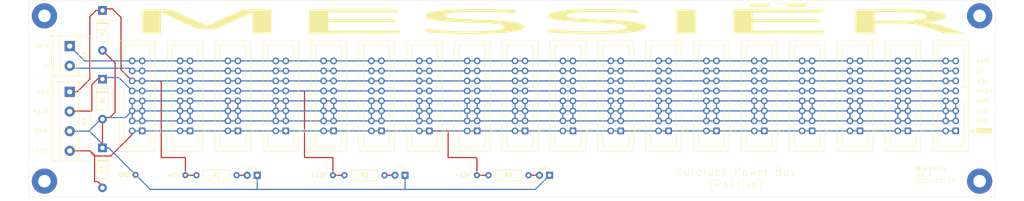
<source format=kicad_pcb>
(kicad_pcb (version 20240108) (generator "pcbnew") (generator_version "8.0")
  (layers (0 "F.Cu" signal) (31 "B.Cu" signal) (34 "B.Paste" user) (35 "F.Paste" user) (36 "B.SilkS" user "B.Silkscreen") (37 "F.SilkS" user "F.Silkscreen") (38 "B.Mask" user) (39 "F.Mask" user) (44 "Edge.Cuts" user))
  (net 0 "")
  (net 1 "GND")
  (net 2 "+12V")
  (net 3 "-12V")
  (net 4 "CV")
  (net 5 "GATE")
  (net 6 "Net-(L1-A)")
  (net 7 "Net-(L2-A)")
  (net 8 "Net-(L3-A)")
  (net 9 "+5V")
  (footprint "Connector_IDC:IDC-Header_2x08_P2.54mm_Vertical" (layer "F.Cu") (at 203.7282 105.8667 180)
    (property "Reference" "J6" (hide yes))
    (property "Value" "IDC16")
  )
  (footprint "LED_THT:LED_D3.0mm" (layer "F.Cu") (at 124.8 117.138375 180)
    (property "Reference" "L2" (hide yes))
    (property "Value" "LED")
  )
  (footprint "Diode_THT:D_DO-41_SOD81_P10.16mm_Horizontal" (layer "F.Cu") (at 48.13 92.718375 -90)
    (property "Reference" "D1")
    (property "Value" "D_Small")
  )
  (footprint "Connector_IDC:IDC-Header_2x08_P2.54mm_Vertical" (layer "F.Cu") (at 106.7094 105.8667 180)
    (property "Reference" "J14" (hide yes))
    (property "Value" "IDC16")
  )
  (footprint "TestPoint:TestPoint_THTPad_D1.5mm_Drill0.7mm" (layer "F.Cu") (at 106.525 117.138375)
    (property "Reference" "TP{2" (hide yes))
    (property "Value" "+12V")
  )
  (footprint "Connector_IDC:IDC-Header_2x08_P2.54mm_Vertical" (layer "F.Cu") (at 130.9641 105.8667 180)
    (property "Reference" "J12" (hide yes))
    (property "Value" "IDC16")
  )
  (footprint "TerminalBlock_Phoenix:TerminalBlock_Phoenix_MKDS-1,5-4_1x04_P5.00mm_Horizontal" (layer "F.Cu") (at 39.825 95.9384 -90)
    (property "Reference" "W1")
    (property "Value" "Screw_Terminal_01x04")
  )
  (footprint "MountingHole:MountingHole_3.2mm_M3_Pad" (layer "F.Cu") (at 33.425 118.6384)
    (property "Reference" "M2" (hide yes))
    (property "Value" "MountingHole_3.2mm_M3_Pad")
  )
  (footprint "Resistor_THT:R_Axial_DIN0207_L6.3mm_D2.5mm_P10.16mm_Horizontal" (layer "F.Cu") (at 71.945 117.138375)
    (property "Reference" "R1")
    (property "Value" "150")
  )
  (footprint "Connector_IDC:IDC-Header_2x08_P2.54mm_Vertical" (layer "F.Cu") (at 252.2376 105.8667 180)
    (property "Reference" "J2" (hide yes))
    (property "Value" "IDC16")
  )
  (footprint "Resistor_THT:R_Axial_DIN0207_L6.3mm_D2.5mm_P10.16mm_Horizontal" (layer "F.Cu") (at 109.445 117.138375)
    (property "Reference" "R2")
    (property "Value" "500")
  )
  (footprint "Connector_IDC:IDC-Header_2x08_P2.54mm_Vertical" (layer "F.Cu") (at 167.3462 105.8667 180)
    (property "Reference" "J9" (hide yes))
    (property "Value" "IDC16")
  )
  (footprint "Connector_IDC:IDC-Header_2x08_P2.54mm_Vertical" (layer "F.Cu") (at 227.9829 105.8667 180)
    (property "Reference" "J4" (hide yes))
    (property "Value" "IDC16")
  )
  (footprint "TerminalBlock_Phoenix:TerminalBlock_Phoenix_MKDS-1,5-2_1x02_P5.00mm_Horizontal" (layer "F.Cu") (at 39.825 84.3384 -90)
    (property "Reference" "W2")
    (property "Value" "Screw_Terminal_01x02")
  )
  (footprint "Connector_IDC:IDC-Header_2x08_P2.54mm_Vertical" (layer "F.Cu") (at 155.2188 105.8667 180)
    (property "Reference" "J10" (hide yes))
    (property "Value" "IDC16")
  )
  (footprint "LED_THT:LED_D3.0mm" (layer "F.Cu") (at 161.425 117.138375 180)
    (property "Reference" "L3" (hide yes))
    (property "Value" "LED")
  )
  (footprint "MountingHole:MountingHole_3.2mm_M3_Pad" (layer "F.Cu") (at 33.425 76.6384)
    (property "Reference" "M1" (hide yes))
    (property "Value" "MountingHole_3.2mm_M3_Pad")
  )
  (footprint "MountingHole:MountingHole_3.2mm_M3_Pad" (layer "F.Cu") (at 270.425 118.6384)
    (property "Reference" "M4" (hide yes))
    (property "Value" "MountingHole_3.2mm_M3_Pad")
  )
  (footprint "MountingHole:MountingHole_3.2mm_M3_Pad" (layer "F.Cu") (at 270.425 76.6384)
    (property "Reference" "M3" (hide yes))
    (property "Value" "MountingHole_3.2mm_M3_Pad")
  )
  (footprint "Connector_IDC:IDC-Header_2x08_P2.54mm_Vertical" (layer "F.Cu") (at 94.5821 105.8667 180)
    (property "Reference" "J15" (hide yes))
    (property "Value" "IDC16")
  )
  (footprint "Connector_IDC:IDC-Header_2x08_P2.54mm_Vertical" (layer "F.Cu") (at 70.3274 105.8667 180)
    (property "Reference" "J17" (hide yes))
    (property "Value" "IDC16")
  )
  (footprint "TestPoint:TestPoint_THTPad_D1.5mm_Drill0.7mm" (layer "F.Cu") (at 143.025 117.138375)
    (property "Reference" "TP3" (hide yes))
    (property "Value" "-12V")
  )
  (footprint "TestPoint:TestPoint_THTPad_D1.5mm_Drill0.7mm" (layer "F.Cu") (at 69.145 117.138375)
    (property "Reference" "TP1" (hide yes))
    (property "Value" "+5V")
  )
  (footprint "Connector_IDC:IDC-Header_2x08_P2.54mm_Vertical" (layer "F.Cu") (at 118.8368 105.8667 180)
    (property "Reference" "J13" (hide yes))
    (property "Value" "IDC16")
  )
  (footprint "Connector_IDC:IDC-Header_2x08_P2.54mm_Vertical" (layer "F.Cu") (at 191.6009 105.8667 180)
    (property "Reference" "J7" (hide yes))
    (property "Value" "IDC16")
  )
  (footprint "Connector_IDC:IDC-Header_2x08_P2.54mm_Vertical" (layer "F.Cu") (at 240.1103 105.8667 180)
    (property "Reference" "J3" (hide yes))
    (property "Value" "IDC16")
  )
  (footprint "Connector_IDC:IDC-Header_2x08_P2.54mm_Vertical" (layer "F.Cu") (at 58.2 105.8667 180)
    (property "Reference" "J18" (hide yes))
    (property "Value" "IDC16")
  )
  (footprint "Resistor_THT:R_Axial_DIN0207_L6.3mm_D2.5mm_P10.16mm_Horizontal" (layer "F.Cu") (at 145.945 117.138375)
    (property "Reference" "R3")
    (property "Value" "500")
  )
  (footprint "Diode_THT:D_DO-41_SOD81_P10.16mm_Horizontal" (layer "F.Cu") (at 48.13 110.178375 -90)
    (property "Reference" "D3")
    (property "Value" "D_Small")
  )
  (footprint "Connector_IDC:IDC-Header_2x08_P2.54mm_Vertical" (layer "F.Cu") (at 179.4735 105.8667 180)
    (property "Reference" "J8" (hide yes))
    (property "Value" "IDC16")
  )
  (footprint "LED_THT:LED_D3.0mm" (layer "F.Cu") (at 87.345 117.138375 180)
    (property "Reference" "L1" (hide yes))
    (property "Value" "LED")
  )
  (footprint "Connector_IDC:IDC-Header_2x08_P2.54mm_Vertical" (layer "F.Cu") (at 264.365 105.8667 180)
    (property "Reference" "J1" (hide yes))
    (property "Value" "IDC16")
  )
  (footprint "TestPoint:TestPoint_THTPad_D1.5mm_Drill0.7mm" (layer "F.Cu") (at 56.525 117.02675)
    (property "Reference" "TP4" (hide yes))
    (property "Value" "GND")
  )
  (footprint "Diode_THT:D_DO-41_SOD81_P10.16mm_Horizontal" (layer "F.Cu") (at 48.13 75.258375 -90)
    (property "Reference" "D2")
    (property "Value" "D_Small")
  )
  (footprint "Connector_IDC:IDC-Header_2x08_P2.54mm_Vertical" (layer "F.Cu") (at 215.8556 105.8667 180)
    (property "Reference" "J5" (hide yes))
    (property "Value" "IDC16")
  )
  (footprint "Connector_IDC:IDC-Header_2x08_P2.54mm_Vertical" (layer "F.Cu") (at 82.4547 105.8667 180)
    (property "Reference" "J16" (hide yes))
    (property "Value" "IDC16")
  )
  (footprint "Connector_IDC:IDC-Header_2x08_P2.54mm_Vertical" (layer "F.Cu") (at 143.0915 105.8667 180)
    (property "Reference" "J11" (hide yes))
    (property "Value" "IDC16")
  )
  (gr_rect (start 29.425 72.638375) (end 274.425 122.638375) (stroke (width 0.05)) (fill none) (layer "Edge.Cuts"))
  (gr_text "@karczilla\nrev. 1\n2024-07-22" (at 254.025 119.138375 0) (layer "F.SilkS") (effects (font (size 1 1) (thickness 0.1)) (justify left bottom)))
  (gr_text "-12V" (at 269.425 105.86675 0) (layer "F.SilkS" knockout) (effects (font (size 1 1) (thickness 0.1)) (justify left)))
  (gr_text "CV" (at 269.525 90.638375 0) (layer "F.SilkS") (effects (font (size 1 1) (thickness 0.1) (italic yes)) (justify left)))
  (gr_text "+5V" (at 269.525 93.238375 0) (layer "F.SilkS") (effects (font (size 1 1) (thickness 0.1)) (justify left)))
  (gr_text "CV" (at 34.825 89.338375 0) (layer "F.SilkS") (effects (font (size 1 1) (thickness 0.1)) (justify right)))
  (gr_text "GND" (at 34.225 105.838375 0) (layer "F.SilkS") (effects (font (size 1 1) (thickness 0.1)) (justify right)))
  (gr_text "+12V" (at 34.425 100.838375 0) (layer "F.SilkS") (effects (font (size 1 1) (thickness 0.1)) (justify right)))
  (gr_text "GATE" (at 34.825 84.338375 0) (layer "F.SilkS") (effects (font (size 1 1) (thickness 0.1)) (justify right)))
  (gr_text "GATE" (at 269.525 88.038375 0) (layer "F.SilkS") (effects (font (size 1 1) (thickness 0.1) (italic yes)) (justify left)))
  (gr_text "-12V" (at 34.025 110.838375 0) (layer "F.SilkS") (effects (font (size 1 1) (thickness 0.1)) (justify right)))
  (gr_text "GND" (at 269.525 98.238375 0) (layer "F.SilkS") (effects (font (size 1 1) (thickness 0.1)) (justify left)))
  (gr_text "+5V" (at 34.625 96.038375 0) (layer "F.SilkS") (effects (font (size 1 1) (thickness 0.1)) (justify right)))
  (gr_text "+12V" (at 269.525 95.638375 0) (layer "F.SilkS") (effects (font (size 1 1) (thickness 0.1)) (justify left)))
  (gr_text "GND" (at 269.525 100.838375 0) (layer "F.SilkS") (effects (font (size 1 1) (thickness 0.1)) (justify left)))
  (gr_text "Eurorack Power Bus\n(Passive)" (at 208.725 117.888375 0) (layer "F.SilkS") (effects (font (size 2 2) (thickness 0.1))))
  (gr_text "GND" (at 269.525 103.238375 0) (layer "F.SilkS") (effects (font (size 1 1) (thickness 0.1)) (justify left)))
  (gr_text "MESSIËR" (at 160.825 78.638375 0) (layer "F.SilkS") (effects (font (size 6 35) (thickness 0.1))))
  (segment (start 51.325 88.613375) (end 51.325 101.138375) (width 0.3) (layer "F.Cu") (net 1))
  (segment (start 48.13 85.418375) (end 51.325 88.613375) (width 0.3) (layer "F.Cu") (net 1))
  (segment (start 51.325 101.138375) (end 49.985 102.478375) (width 0.3) (layer "F.Cu") (net 1))
  (segment (start 48.13 102.478375) (end 48.13 109.778375) (width 0.3) (layer "F.Cu") (net 1))
  (segment (start 49.985 102.478375) (end 48.13 102.478375) (width 0.3) (layer "F.Cu") (net 1))
  (segment (start 140.5515 98.2467) (end 140.5515 103.3267) (width 0.3) (layer "B.Cu") (net 1))
  (segment (start 55.66 100.7867) (end 264.365 100.7867) (width 0.3) (layer "B.Cu") (net 1))
  (segment (start 225.4429 98.2467) (end 225.4429 103.3267) (width 0.3) (layer "B.Cu") (net 1))
  (segment (start 264.365 98.2467) (end 55.66 98.2467) (width 0.3) (layer "B.Cu") (net 1))
  (segment (start 87.345 117.138375) (end 87.345 120.558375) (width 0.3) (layer "B.Cu") (net 1))
  (segment (start 79.9147 98.2467) (end 79.9147 103.3267) (width 0.3) (layer "B.Cu") (net 1))
  (segment (start 261.825 98.2467) (end 261.825 103.3267) (width 0.3) (layer "B.Cu") (net 1))
  (segment (start 124.8 117.138375) (end 124.8 120.613375) (width 0.3) (layer "B.Cu") (net 1))
  (segment (start 48.13 110.178375) (end 49.676625 110.178375) (width 0.3) (layer "B.Cu") (net 1))
  (segment (start 58.2 98.2467) (end 58.2 103.3267) (width 0.3) (layer "B.Cu") (net 1))
  (segment (start 215.8556 98.2467) (end 215.8556 103.3267) (width 0.3) (layer "B.Cu") (net 1))
  (segment (start 203.7282 98.2467) (end 203.7282 103.3267) (width 0.3) (layer "B.Cu") (net 1))
  (segment (start 44.7475 105.860875) (end 48.13 102.478375) (width 0.3) (layer "B.Cu") (net 1))
  (segment (start 87.525 120.738375) (end 124.925 120.738375) (width 0.3) (layer "B.Cu") (net 1))
  (segment (start 55.66 98.2467) (end 55.66 103.3267) (width 0.3) (layer "B.Cu") (net 1))
  (segment (start 264.365 103.3267) (end 55.66 103.3267) (width 0.3) (layer "B.Cu") (net 1))
  (segment (start 44.669975 105.9384) (end 44.7475 105.860875) (width 0.3) (layer "B.Cu") (net 1))
  (segment (start 48.13 109.243375) (end 48.13 109.778375) (width 0.3) (layer "B.Cu") (net 1))
  (segment (start 191.6009 98.2467) (end 191.6009 103.3267) (width 0.3) (layer "B.Cu") (net 1))
  (segment (start 227.9829 98.2467) (end 227.9829 103.3267) (width 0.3) (layer "B.Cu") (net 1))
  (segment (start 155.2188 98.2467) (end 155.2188 103.3267) (width 0.3) (layer "B.Cu") (net 1))
  (segment (start 167.3462 98.2467) (end 167.3462 103.3267) (width 0.3) (layer "B.Cu") (net 1))
  (segment (start 128.4241 98.2467) (end 128.4241 103.3267) (width 0.3) (layer "B.Cu") (net 1))
  (segment (start 189.0609 98.2467) (end 189.0609 103.3267) (width 0.3) (layer "B.Cu") (net 1))
  (segment (start 56.525 117.02675) (end 60.236625 120.738375) (width 0.3) (layer "B.Cu") (net 1))
  (segment (start 49.676625 110.178375) (end 56.525 117.02675) (width 0.3) (layer "B.Cu") (net 1))
  (segment (start 164.8062 98.2467) (end 164.8062 103.3267) (width 0.3) (layer "B.Cu") (net 1))
  (segment (start 48.13 102.478375) (end 53.968325 102.478375) (width 0.3) (layer "B.Cu") (net 1))
  (segment (start 44.7475 105.860875) (end 48.13 109.243375) (width 0.3) (layer "B.Cu") (net 1))
  (segment (start 116.2968 98.2467) (end 116.2968 103.3267) (width 0.3) (layer "B.Cu") (net 1))
  (segment (start 67.7874 98.2467) (end 67.7874 103.3267) (width 0.3) (layer "B.Cu") (net 1))
  (segment (start 53.968325 102.478375) (end 55.66 100.7867) (width 0.3) (layer "B.Cu") (net 1))
  (segment (start 240.1103 98.2467) (end 240.1103 103.3267) (width 0.3) (layer "B.Cu") (net 1))
  (segment (start 87.345 120.558375) (end 87.525 120.738375) (width 0.3) (layer "B.Cu") (net 1))
  (segment (start 213.3156 98.2467) (end 213.3156 103.3267) (width 0.3) (layer "B.Cu") (net 1))
  (segment (start 152.6788 98.2467) (end 152.6788 103.3267) (width 0.3) (layer "B.Cu") (net 1))
  (segment (start 143.0915 98.2467) (end 143.0915 103.3267) (width 0.3) (layer "B.Cu") (net 1))
  (segment (start 118.8368 98.2467) (end 118.8368 103.3267) (width 0.3) (layer "B.Cu") (net 1))
  (segment (start 249.6976 98.2467) (end 249.6976 103.3267) (width 0.3) (layer "B.Cu") (net 1))
  (segment (start 104.1694 98.2467) (end 104.1694 103.3267) (width 0.3) (layer "B.Cu") (net 1))
  (segment (start 60.236625 120.738375) (end 87.525 120.738375) (width 0.3) (layer "B.Cu") (net 1))
  (segment (start 94.5821 98.2467) (end 94.5821 103.3267) (width 0.3) (layer "B.Cu") (net 1))
  (segment (start 124.8 120.613375) (end 124.925 120.738375) (width 0.3) (layer "B.Cu") (net 1))
  (segment (start 130.9641 98.2467) (end 130.9641 103.3267) (width 0.3) (layer "B.Cu") (net 1))
  (segment (start 39.825 105.9384) (end 44.669975 105.9384) (width 0.3) (layer "B.Cu") (net 1))
  (segment (start 92.0421 98.2467) (end 92.0421 103.3267) (width 0.3) (layer "B.Cu") (net 1))
  (segment (start 157.825 120.738375) (end 161.425 117.138375) (width 0.3) (layer "B.Cu") (net 1))
  (segment (start 70.3274 98.2467) (end 70.3274 103.3267) (width 0.3) (layer "B.Cu") (net 1))
  (segment (start 252.2376 98.2467) (end 252.2376 103.3267) (width 0.3) (layer "B.Cu") (net 1))
  (segment (start 237.5703 98.2467) (end 237.5703 103.3267) (width 0.3) (layer "B.Cu") (net 1))
  (segment (start 106.7094 98.2467) (end 106.7094 103.3267) (width 0.3) (layer "B.Cu") (net 1))
  (segment (start 179.4735 98.2467) (end 179.4735 103.3267) (width 0.3) (layer "B.Cu") (net 1))
  (segment (start 264.365 98.2467) (end 264.365 103.3267) (width 0.3) (layer "B.Cu") (net 1))
  (segment (start 201.1882 98.2467) (end 201.1882 103.3267) (width 0.3) (layer "B.Cu") (net 1))
  (segment (start 82.4547 98.2467) (end 82.4547 103.3267) (width 0.3) (layer "B.Cu") (net 1))
  (segment (start 124.925 120.738375) (end 157.825 120.738375) (width 0.3) (layer "B.Cu") (net 1))
  (segment (start 176.9335 98.2467) (end 176.9335 103.3267) (width 0.3) (layer "B.Cu") (net 1))
  (segment (start 39.825 100.9384) (end 39.925025 100.838375) (width 0.3) (layer "F.Cu") (net 2))
  (segment (start 45.425 94.138375) (end 47.245 92.318375) (width 0.3) (layer "F.Cu") (net 2))
  (segment (start 47.245 92.318375) (end 48.13 92.318375) (width 0.3) (layer "F.Cu") (net 2))
  (segment (start 99.325 112.538375) (end 99.325 95.838375) (width 0.3) (layer "F.Cu") (net 2))
  (segment (start 99.193325 95.7067) (end 94.5821 95.7067) (width 0.3) (layer "F.Cu") (net 2))
  (segment (start 45.22505 100.838375) (end 45.425 100.638425) (width 0.3) (layer "F.Cu") (net 2))
  (segment (start 39.925025 100.838375) (end 45.22505 100.838375) (width 0.3) (layer "F.Cu") (net 2))
  (segment (start 99.425 112.638375) (end 99.325 112.538375) (width 0.3) (layer "F.Cu") (net 2))
  (segment (start 106.525 117.138375) (end 106.525 112.638375) (width 0.3) (layer "F.Cu") (net 2))
  (segment (start 99.325 95.838375) (end 99.193325 95.7067) (width 0.3) (layer "F.Cu") (net 2))
  (segment (start 45.425 100.638425) (end 45.425 94.138375) (width 0.3) (layer "F.Cu") (net 2))
  (segment (start 106.525 117.138375) (end 109.445 117.138375) (width 0.3) (layer "F.Cu") (net 2))
  (segment (start 106.525 112.638375) (end 99.425 112.638375) (width 0.3) (layer "F.Cu") (net 2))
  (segment (start 48.13 92.318375) (end 52.271675 92.318375) (width 0.3) (layer "B.Cu") (net 2))
  (segment (start 264.365 95.7067) (end 55.66 95.7067) (width 0.3) (layer "B.Cu") (net 2))
  (segment (start 52.271675 92.318375) (end 55.66 95.7067) (width 0.3) (layer "B.Cu") (net 2))
  (segment (start 46.32495 112.238375) (end 50.225 112.238375) (width 0.3) (layer "F.Cu") (net 3))
  (segment (start 143.025 117.138375) (end 145.945 117.138375) (width 0.3) (layer "F.Cu") (net 3))
  (segment (start 50.225 112.238375) (end 55.66 106.803375) (width 0.3) (layer "F.Cu") (net 3))
  (segment (start 44.825025 110.9384) (end 45.024975 110.9384) (width 0.3) (layer "F.Cu") (net 3))
  (segment (start 46.125 118.738375) (end 46.93 118.738375) (width 0.3) (layer "F.Cu") (net 3))
  (segment (start 46.125 112.238375) (end 46.125 118.738375) (width 0.3) (layer "F.Cu") (net 3))
  (segment (start 39.825 110.9384) (end 44.825025 110.9384) (width 0.3) (layer "F.Cu") (net 3))
  (segment (start 142.725 112.638375) (end 135.725 112.638375) (width 0.3) (layer "F.Cu") (net 3))
  (segment (start 135.596675 105.8667) (end 130.9641 105.8667) (width 0.3) (layer "F.Cu") (net 3))
  (segment (start 55.66 106.803375) (end 55.66 105.8667) (width 0.3) (layer "F.Cu") (net 3))
  (segment (start 143.025 117.138375) (end 143.025 112.938375) (width 0.3) (layer "F.Cu") (net 3))
  (segment (start 46.93 118.738375) (end 48.13 119.938375) (width 0.3) (layer "F.Cu") (net 3))
  (segment (start 135.625 105.838375) (end 135.596675 105.8667) (width 0.3) (layer "F.Cu") (net 3))
  (segment (start 135.725 112.638375) (end 135.725 105.938375) (width 0.3) (layer "F.Cu") (net 3))
  (segment (start 143.025 112.938375) (end 142.725 112.638375) (width 0.3) (layer "F.Cu") (net 3))
  (segment (start 135.725 105.938375) (end 135.625 105.838375) (width 0.3) (layer "F.Cu") (net 3))
  (segment (start 45.024975 110.9384) (end 46.32495 112.238375) (width 0.3) (layer "F.Cu") (net 3))
  (segment (start 44.825025 110.9384) (end 46.125 112.238375) (width 0.3) (layer "F.Cu") (net 3))
  (segment (start 55.66 105.8667) (end 264.365 105.8667) (width 0.3) (layer "B.Cu") (net 3))
  (segment (start 39.825 89.3384) (end 40.424975 89.938375) (width 0.3) (layer "B.Cu") (net 4))
  (segment (start 264.365 90.6267) (end 55.66 90.6267) (width 0.3) (layer "B.Cu") (net 4))
  (segment (start 54.971675 89.938375) (end 55.66 90.6267) (width 0.3) (layer "B.Cu") (net 4))
  (segment (start 40.424975 89.938375) (end 54.971675 89.938375) (width 0.3) (layer "B.Cu") (net 4))
  (segment (start 55.66 88.0867) (end 264.365 88.0867) (width 0.3) (layer "B.Cu") (net 5))
  (segment (start 43.5733 88.0867) (end 55.66 88.0867) (width 0.3) (layer "B.Cu") (net 5))
  (segment (start 39.825 84.3384) (end 43.5733 88.0867) (width 0.3) (layer "B.Cu") (net 5))
  (segment (start 82.105 117.138375) (end 84.805 117.138375) (width 0.3) (layer "F.Cu") (net 6))
  (segment (start 119.605 117.138375) (end 122.26 117.138375) (width 0.3) (layer "F.Cu") (net 7))
  (segment (start 156.105 117.138375) (end 158.885 117.138375) (width 0.3) (layer "F.Cu") (net 8))
  (segment (start 46.505 75.258375) (end 48.13 75.258375) (width 0.3) (layer "F.Cu") (net 9))
  (segment (start 69.145 117.138375) (end 71.945 117.138375) (width 0.3) (layer "F.Cu") (net 9))
  (segment (start 52.825 90.3317) (end 52.825 77.038375) (width 0.3) (layer "F.Cu") (net 9))
  (segment (start 39.825 95.9384) (end 41.724975 95.9384) (width 0.3) (layer "F.Cu") (net 9))
  (segment (start 41.724975 95.9384) (end 44.925 92.738375) (width 0.3) (layer "F.Cu") (net 9))
  (segment (start 69.145 117.138375) (end 69.145 112.758375) (width 0.3) (layer "F.Cu") (net 9))
  (segment (start 69.145 112.758375) (end 69.025 112.638375) (width 0.3) (layer "F.Cu") (net 9))
  (segment (start 62.753325 93.1667) (end 58.2 93.1667) (width 0.3) (layer "F.Cu") (net 9))
  (segment (start 69.025 112.638375) (end 63.025 112.638375) (width 0.3) (layer "F.Cu") (net 9))
  (segment (start 44.925 92.738375) (end 44.925 76.838375) (width 0.3) (layer "F.Cu") (net 9))
  (segment (start 63.025 112.638375) (end 63.025 93.438375) (width 0.3) (layer "F.Cu") (net 9))
  (segment (start 63.025 93.438375) (end 62.753325 93.1667) (width 0.3) (layer "F.Cu") (net 9))
  (segment (start 50.645 74.858375) (end 48.13 74.858375) (width 0.3) (layer "F.Cu") (net 9))
  (segment (start 44.925 76.838375) (end 46.505 75.258375) (width 0.3) (layer "F.Cu") (net 9))
  (segment (start 52.825 77.038375) (end 50.645 74.858375) (width 0.3) (layer "F.Cu") (net 9))
  (segment (start 55.66 93.1667) (end 52.825 90.3317) (width 0.3) (layer "F.Cu") (net 9))
  (segment (start 55.66 93.1667) (end 264.365 93.1667) (width 0.3) (layer "B.Cu") (net 9))
)
</source>
